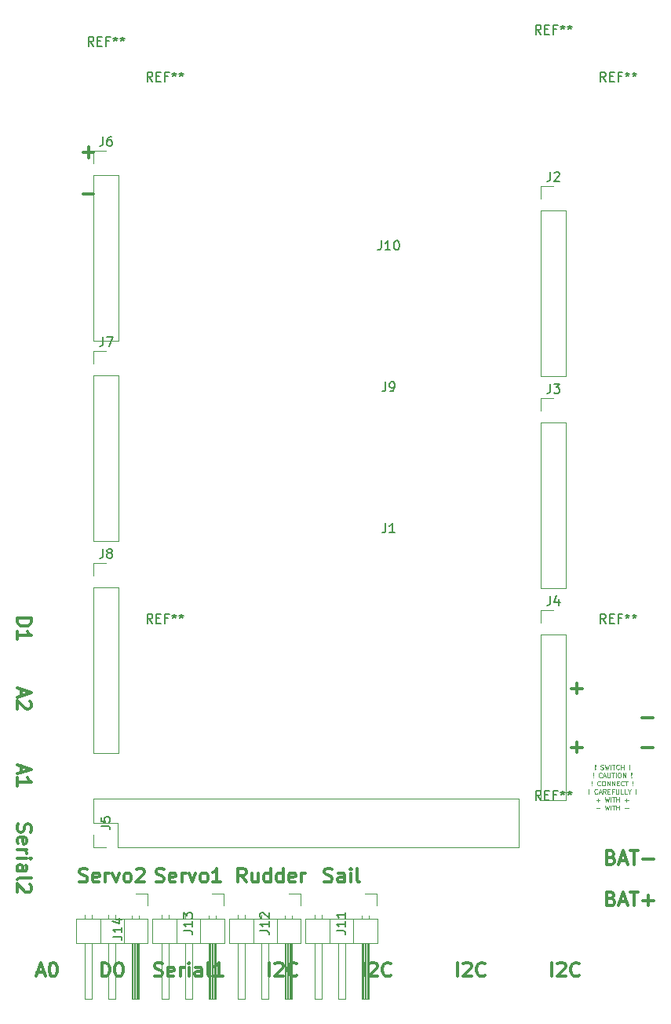
<source format=gbr>
G04 #@! TF.FileFunction,Legend,Top*
%FSLAX46Y46*%
G04 Gerber Fmt 4.6, Leading zero omitted, Abs format (unit mm)*
G04 Created by KiCad (PCBNEW 4.0.7) date 06/01/18 16:36:31*
%MOMM*%
%LPD*%
G01*
G04 APERTURE LIST*
%ADD10C,0.100000*%
%ADD11C,0.300000*%
%ADD12C,0.125000*%
%ADD13C,0.120000*%
%ADD14C,0.150000*%
G04 APERTURE END LIST*
D10*
D11*
X144006429Y-142283571D02*
X143506429Y-141569286D01*
X143149286Y-142283571D02*
X143149286Y-140783571D01*
X143720714Y-140783571D01*
X143863572Y-140855000D01*
X143935000Y-140926429D01*
X144006429Y-141069286D01*
X144006429Y-141283571D01*
X143935000Y-141426429D01*
X143863572Y-141497857D01*
X143720714Y-141569286D01*
X143149286Y-141569286D01*
X145292143Y-141283571D02*
X145292143Y-142283571D01*
X144649286Y-141283571D02*
X144649286Y-142069286D01*
X144720714Y-142212143D01*
X144863572Y-142283571D01*
X145077857Y-142283571D01*
X145220714Y-142212143D01*
X145292143Y-142140714D01*
X146649286Y-142283571D02*
X146649286Y-140783571D01*
X146649286Y-142212143D02*
X146506429Y-142283571D01*
X146220715Y-142283571D01*
X146077857Y-142212143D01*
X146006429Y-142140714D01*
X145935000Y-141997857D01*
X145935000Y-141569286D01*
X146006429Y-141426429D01*
X146077857Y-141355000D01*
X146220715Y-141283571D01*
X146506429Y-141283571D01*
X146649286Y-141355000D01*
X148006429Y-142283571D02*
X148006429Y-140783571D01*
X148006429Y-142212143D02*
X147863572Y-142283571D01*
X147577858Y-142283571D01*
X147435000Y-142212143D01*
X147363572Y-142140714D01*
X147292143Y-141997857D01*
X147292143Y-141569286D01*
X147363572Y-141426429D01*
X147435000Y-141355000D01*
X147577858Y-141283571D01*
X147863572Y-141283571D01*
X148006429Y-141355000D01*
X149292143Y-142212143D02*
X149149286Y-142283571D01*
X148863572Y-142283571D01*
X148720715Y-142212143D01*
X148649286Y-142069286D01*
X148649286Y-141497857D01*
X148720715Y-141355000D01*
X148863572Y-141283571D01*
X149149286Y-141283571D01*
X149292143Y-141355000D01*
X149363572Y-141497857D01*
X149363572Y-141640714D01*
X148649286Y-141783571D01*
X150006429Y-142283571D02*
X150006429Y-141283571D01*
X150006429Y-141569286D02*
X150077857Y-141426429D01*
X150149286Y-141355000D01*
X150292143Y-141283571D01*
X150435000Y-141283571D01*
X119336429Y-113827858D02*
X120836429Y-113827858D01*
X120836429Y-114185001D01*
X120765000Y-114399286D01*
X120622143Y-114542144D01*
X120479286Y-114613572D01*
X120193571Y-114685001D01*
X119979286Y-114685001D01*
X119693571Y-114613572D01*
X119550714Y-114542144D01*
X119407857Y-114399286D01*
X119336429Y-114185001D01*
X119336429Y-113827858D01*
X119336429Y-116113572D02*
X119336429Y-115256429D01*
X119336429Y-115685001D02*
X120836429Y-115685001D01*
X120622143Y-115542144D01*
X120479286Y-115399286D01*
X120407857Y-115256429D01*
X119765000Y-129738572D02*
X119765000Y-130452858D01*
X119336429Y-129595715D02*
X120836429Y-130095715D01*
X119336429Y-130595715D01*
X119336429Y-131881429D02*
X119336429Y-131024286D01*
X119336429Y-131452858D02*
X120836429Y-131452858D01*
X120622143Y-131310001D01*
X120479286Y-131167143D01*
X120407857Y-131024286D01*
X119407857Y-136021429D02*
X119336429Y-136235715D01*
X119336429Y-136592858D01*
X119407857Y-136735715D01*
X119479286Y-136807144D01*
X119622143Y-136878572D01*
X119765000Y-136878572D01*
X119907857Y-136807144D01*
X119979286Y-136735715D01*
X120050714Y-136592858D01*
X120122143Y-136307144D01*
X120193571Y-136164286D01*
X120265000Y-136092858D01*
X120407857Y-136021429D01*
X120550714Y-136021429D01*
X120693571Y-136092858D01*
X120765000Y-136164286D01*
X120836429Y-136307144D01*
X120836429Y-136664286D01*
X120765000Y-136878572D01*
X119407857Y-138092857D02*
X119336429Y-137950000D01*
X119336429Y-137664286D01*
X119407857Y-137521429D01*
X119550714Y-137450000D01*
X120122143Y-137450000D01*
X120265000Y-137521429D01*
X120336429Y-137664286D01*
X120336429Y-137950000D01*
X120265000Y-138092857D01*
X120122143Y-138164286D01*
X119979286Y-138164286D01*
X119836429Y-137450000D01*
X119336429Y-138807143D02*
X120336429Y-138807143D01*
X120050714Y-138807143D02*
X120193571Y-138878571D01*
X120265000Y-138950000D01*
X120336429Y-139092857D01*
X120336429Y-139235714D01*
X119336429Y-139735714D02*
X120336429Y-139735714D01*
X120836429Y-139735714D02*
X120765000Y-139664285D01*
X120693571Y-139735714D01*
X120765000Y-139807142D01*
X120836429Y-139735714D01*
X120693571Y-139735714D01*
X119336429Y-141092857D02*
X120122143Y-141092857D01*
X120265000Y-141021428D01*
X120336429Y-140878571D01*
X120336429Y-140592857D01*
X120265000Y-140450000D01*
X119407857Y-141092857D02*
X119336429Y-140950000D01*
X119336429Y-140592857D01*
X119407857Y-140450000D01*
X119550714Y-140378571D01*
X119693571Y-140378571D01*
X119836429Y-140450000D01*
X119907857Y-140592857D01*
X119907857Y-140950000D01*
X119979286Y-141092857D01*
X119336429Y-142021429D02*
X119407857Y-141878571D01*
X119550714Y-141807143D01*
X120836429Y-141807143D01*
X120693571Y-142521428D02*
X120765000Y-142592857D01*
X120836429Y-142735714D01*
X120836429Y-143092857D01*
X120765000Y-143235714D01*
X120693571Y-143307143D01*
X120550714Y-143378571D01*
X120407857Y-143378571D01*
X120193571Y-143307143D01*
X119336429Y-142450000D01*
X119336429Y-143378571D01*
X119765000Y-121483572D02*
X119765000Y-122197858D01*
X119336429Y-121340715D02*
X120836429Y-121840715D01*
X119336429Y-122340715D01*
X120693571Y-122769286D02*
X120765000Y-122840715D01*
X120836429Y-122983572D01*
X120836429Y-123340715D01*
X120765000Y-123483572D01*
X120693571Y-123555001D01*
X120550714Y-123626429D01*
X120407857Y-123626429D01*
X120193571Y-123555001D01*
X119336429Y-122697858D01*
X119336429Y-123626429D01*
X128432858Y-152443571D02*
X128432858Y-150943571D01*
X128790001Y-150943571D01*
X129004286Y-151015000D01*
X129147144Y-151157857D01*
X129218572Y-151300714D01*
X129290001Y-151586429D01*
X129290001Y-151800714D01*
X129218572Y-152086429D01*
X129147144Y-152229286D01*
X129004286Y-152372143D01*
X128790001Y-152443571D01*
X128432858Y-152443571D01*
X130218572Y-150943571D02*
X130361429Y-150943571D01*
X130504286Y-151015000D01*
X130575715Y-151086429D01*
X130647144Y-151229286D01*
X130718572Y-151515000D01*
X130718572Y-151872143D01*
X130647144Y-152157857D01*
X130575715Y-152300714D01*
X130504286Y-152372143D01*
X130361429Y-152443571D01*
X130218572Y-152443571D01*
X130075715Y-152372143D01*
X130004286Y-152300714D01*
X129932858Y-152157857D01*
X129861429Y-151872143D01*
X129861429Y-151515000D01*
X129932858Y-151229286D01*
X130004286Y-151086429D01*
X130075715Y-151015000D01*
X130218572Y-150943571D01*
X134116429Y-152372143D02*
X134330715Y-152443571D01*
X134687858Y-152443571D01*
X134830715Y-152372143D01*
X134902144Y-152300714D01*
X134973572Y-152157857D01*
X134973572Y-152015000D01*
X134902144Y-151872143D01*
X134830715Y-151800714D01*
X134687858Y-151729286D01*
X134402144Y-151657857D01*
X134259286Y-151586429D01*
X134187858Y-151515000D01*
X134116429Y-151372143D01*
X134116429Y-151229286D01*
X134187858Y-151086429D01*
X134259286Y-151015000D01*
X134402144Y-150943571D01*
X134759286Y-150943571D01*
X134973572Y-151015000D01*
X136187857Y-152372143D02*
X136045000Y-152443571D01*
X135759286Y-152443571D01*
X135616429Y-152372143D01*
X135545000Y-152229286D01*
X135545000Y-151657857D01*
X135616429Y-151515000D01*
X135759286Y-151443571D01*
X136045000Y-151443571D01*
X136187857Y-151515000D01*
X136259286Y-151657857D01*
X136259286Y-151800714D01*
X135545000Y-151943571D01*
X136902143Y-152443571D02*
X136902143Y-151443571D01*
X136902143Y-151729286D02*
X136973571Y-151586429D01*
X137045000Y-151515000D01*
X137187857Y-151443571D01*
X137330714Y-151443571D01*
X137830714Y-152443571D02*
X137830714Y-151443571D01*
X137830714Y-150943571D02*
X137759285Y-151015000D01*
X137830714Y-151086429D01*
X137902142Y-151015000D01*
X137830714Y-150943571D01*
X137830714Y-151086429D01*
X139187857Y-152443571D02*
X139187857Y-151657857D01*
X139116428Y-151515000D01*
X138973571Y-151443571D01*
X138687857Y-151443571D01*
X138545000Y-151515000D01*
X139187857Y-152372143D02*
X139045000Y-152443571D01*
X138687857Y-152443571D01*
X138545000Y-152372143D01*
X138473571Y-152229286D01*
X138473571Y-152086429D01*
X138545000Y-151943571D01*
X138687857Y-151872143D01*
X139045000Y-151872143D01*
X139187857Y-151800714D01*
X140116429Y-152443571D02*
X139973571Y-152372143D01*
X139902143Y-152229286D01*
X139902143Y-150943571D01*
X141473571Y-152443571D02*
X140616428Y-152443571D01*
X141045000Y-152443571D02*
X141045000Y-150943571D01*
X140902143Y-151157857D01*
X140759285Y-151300714D01*
X140616428Y-151372143D01*
X121483572Y-152015000D02*
X122197858Y-152015000D01*
X121340715Y-152443571D02*
X121840715Y-150943571D01*
X122340715Y-152443571D01*
X123126429Y-150943571D02*
X123269286Y-150943571D01*
X123412143Y-151015000D01*
X123483572Y-151086429D01*
X123555001Y-151229286D01*
X123626429Y-151515000D01*
X123626429Y-151872143D01*
X123555001Y-152157857D01*
X123483572Y-152300714D01*
X123412143Y-152372143D01*
X123269286Y-152443571D01*
X123126429Y-152443571D01*
X122983572Y-152372143D01*
X122912143Y-152300714D01*
X122840715Y-152157857D01*
X122769286Y-151872143D01*
X122769286Y-151515000D01*
X122840715Y-151229286D01*
X122912143Y-151086429D01*
X122983572Y-151015000D01*
X123126429Y-150943571D01*
X176970715Y-152443571D02*
X176970715Y-150943571D01*
X177613572Y-151086429D02*
X177685001Y-151015000D01*
X177827858Y-150943571D01*
X178185001Y-150943571D01*
X178327858Y-151015000D01*
X178399287Y-151086429D01*
X178470715Y-151229286D01*
X178470715Y-151372143D01*
X178399287Y-151586429D01*
X177542144Y-152443571D01*
X178470715Y-152443571D01*
X179970715Y-152300714D02*
X179899286Y-152372143D01*
X179685000Y-152443571D01*
X179542143Y-152443571D01*
X179327858Y-152372143D01*
X179185000Y-152229286D01*
X179113572Y-152086429D01*
X179042143Y-151800714D01*
X179042143Y-151586429D01*
X179113572Y-151300714D01*
X179185000Y-151157857D01*
X179327858Y-151015000D01*
X179542143Y-150943571D01*
X179685000Y-150943571D01*
X179899286Y-151015000D01*
X179970715Y-151086429D01*
X146490715Y-152443571D02*
X146490715Y-150943571D01*
X147133572Y-151086429D02*
X147205001Y-151015000D01*
X147347858Y-150943571D01*
X147705001Y-150943571D01*
X147847858Y-151015000D01*
X147919287Y-151086429D01*
X147990715Y-151229286D01*
X147990715Y-151372143D01*
X147919287Y-151586429D01*
X147062144Y-152443571D01*
X147990715Y-152443571D01*
X149490715Y-152300714D02*
X149419286Y-152372143D01*
X149205000Y-152443571D01*
X149062143Y-152443571D01*
X148847858Y-152372143D01*
X148705000Y-152229286D01*
X148633572Y-152086429D01*
X148562143Y-151800714D01*
X148562143Y-151586429D01*
X148633572Y-151300714D01*
X148705000Y-151157857D01*
X148847858Y-151015000D01*
X149062143Y-150943571D01*
X149205000Y-150943571D01*
X149419286Y-151015000D01*
X149490715Y-151086429D01*
X156650715Y-152443571D02*
X156650715Y-150943571D01*
X157293572Y-151086429D02*
X157365001Y-151015000D01*
X157507858Y-150943571D01*
X157865001Y-150943571D01*
X158007858Y-151015000D01*
X158079287Y-151086429D01*
X158150715Y-151229286D01*
X158150715Y-151372143D01*
X158079287Y-151586429D01*
X157222144Y-152443571D01*
X158150715Y-152443571D01*
X159650715Y-152300714D02*
X159579286Y-152372143D01*
X159365000Y-152443571D01*
X159222143Y-152443571D01*
X159007858Y-152372143D01*
X158865000Y-152229286D01*
X158793572Y-152086429D01*
X158722143Y-151800714D01*
X158722143Y-151586429D01*
X158793572Y-151300714D01*
X158865000Y-151157857D01*
X159007858Y-151015000D01*
X159222143Y-150943571D01*
X159365000Y-150943571D01*
X159579286Y-151015000D01*
X159650715Y-151086429D01*
X166810715Y-152443571D02*
X166810715Y-150943571D01*
X167453572Y-151086429D02*
X167525001Y-151015000D01*
X167667858Y-150943571D01*
X168025001Y-150943571D01*
X168167858Y-151015000D01*
X168239287Y-151086429D01*
X168310715Y-151229286D01*
X168310715Y-151372143D01*
X168239287Y-151586429D01*
X167382144Y-152443571D01*
X168310715Y-152443571D01*
X169810715Y-152300714D02*
X169739286Y-152372143D01*
X169525000Y-152443571D01*
X169382143Y-152443571D01*
X169167858Y-152372143D01*
X169025000Y-152229286D01*
X168953572Y-152086429D01*
X168882143Y-151800714D01*
X168882143Y-151586429D01*
X168953572Y-151300714D01*
X169025000Y-151157857D01*
X169167858Y-151015000D01*
X169382143Y-150943571D01*
X169525000Y-150943571D01*
X169739286Y-151015000D01*
X169810715Y-151086429D01*
X152447857Y-142212143D02*
X152662143Y-142283571D01*
X153019286Y-142283571D01*
X153162143Y-142212143D01*
X153233572Y-142140714D01*
X153305000Y-141997857D01*
X153305000Y-141855000D01*
X153233572Y-141712143D01*
X153162143Y-141640714D01*
X153019286Y-141569286D01*
X152733572Y-141497857D01*
X152590714Y-141426429D01*
X152519286Y-141355000D01*
X152447857Y-141212143D01*
X152447857Y-141069286D01*
X152519286Y-140926429D01*
X152590714Y-140855000D01*
X152733572Y-140783571D01*
X153090714Y-140783571D01*
X153305000Y-140855000D01*
X154590714Y-142283571D02*
X154590714Y-141497857D01*
X154519285Y-141355000D01*
X154376428Y-141283571D01*
X154090714Y-141283571D01*
X153947857Y-141355000D01*
X154590714Y-142212143D02*
X154447857Y-142283571D01*
X154090714Y-142283571D01*
X153947857Y-142212143D01*
X153876428Y-142069286D01*
X153876428Y-141926429D01*
X153947857Y-141783571D01*
X154090714Y-141712143D01*
X154447857Y-141712143D01*
X154590714Y-141640714D01*
X155305000Y-142283571D02*
X155305000Y-141283571D01*
X155305000Y-140783571D02*
X155233571Y-140855000D01*
X155305000Y-140926429D01*
X155376428Y-140855000D01*
X155305000Y-140783571D01*
X155305000Y-140926429D01*
X156233572Y-142283571D02*
X156090714Y-142212143D01*
X156019286Y-142069286D01*
X156019286Y-140783571D01*
X134295001Y-142212143D02*
X134509287Y-142283571D01*
X134866430Y-142283571D01*
X135009287Y-142212143D01*
X135080716Y-142140714D01*
X135152144Y-141997857D01*
X135152144Y-141855000D01*
X135080716Y-141712143D01*
X135009287Y-141640714D01*
X134866430Y-141569286D01*
X134580716Y-141497857D01*
X134437858Y-141426429D01*
X134366430Y-141355000D01*
X134295001Y-141212143D01*
X134295001Y-141069286D01*
X134366430Y-140926429D01*
X134437858Y-140855000D01*
X134580716Y-140783571D01*
X134937858Y-140783571D01*
X135152144Y-140855000D01*
X136366429Y-142212143D02*
X136223572Y-142283571D01*
X135937858Y-142283571D01*
X135795001Y-142212143D01*
X135723572Y-142069286D01*
X135723572Y-141497857D01*
X135795001Y-141355000D01*
X135937858Y-141283571D01*
X136223572Y-141283571D01*
X136366429Y-141355000D01*
X136437858Y-141497857D01*
X136437858Y-141640714D01*
X135723572Y-141783571D01*
X137080715Y-142283571D02*
X137080715Y-141283571D01*
X137080715Y-141569286D02*
X137152143Y-141426429D01*
X137223572Y-141355000D01*
X137366429Y-141283571D01*
X137509286Y-141283571D01*
X137866429Y-141283571D02*
X138223572Y-142283571D01*
X138580714Y-141283571D01*
X139366429Y-142283571D02*
X139223571Y-142212143D01*
X139152143Y-142140714D01*
X139080714Y-141997857D01*
X139080714Y-141569286D01*
X139152143Y-141426429D01*
X139223571Y-141355000D01*
X139366429Y-141283571D01*
X139580714Y-141283571D01*
X139723571Y-141355000D01*
X139795000Y-141426429D01*
X139866429Y-141569286D01*
X139866429Y-141997857D01*
X139795000Y-142140714D01*
X139723571Y-142212143D01*
X139580714Y-142283571D01*
X139366429Y-142283571D01*
X141295000Y-142283571D02*
X140437857Y-142283571D01*
X140866429Y-142283571D02*
X140866429Y-140783571D01*
X140723572Y-140997857D01*
X140580714Y-141140714D01*
X140437857Y-141212143D01*
X126040001Y-142212143D02*
X126254287Y-142283571D01*
X126611430Y-142283571D01*
X126754287Y-142212143D01*
X126825716Y-142140714D01*
X126897144Y-141997857D01*
X126897144Y-141855000D01*
X126825716Y-141712143D01*
X126754287Y-141640714D01*
X126611430Y-141569286D01*
X126325716Y-141497857D01*
X126182858Y-141426429D01*
X126111430Y-141355000D01*
X126040001Y-141212143D01*
X126040001Y-141069286D01*
X126111430Y-140926429D01*
X126182858Y-140855000D01*
X126325716Y-140783571D01*
X126682858Y-140783571D01*
X126897144Y-140855000D01*
X128111429Y-142212143D02*
X127968572Y-142283571D01*
X127682858Y-142283571D01*
X127540001Y-142212143D01*
X127468572Y-142069286D01*
X127468572Y-141497857D01*
X127540001Y-141355000D01*
X127682858Y-141283571D01*
X127968572Y-141283571D01*
X128111429Y-141355000D01*
X128182858Y-141497857D01*
X128182858Y-141640714D01*
X127468572Y-141783571D01*
X128825715Y-142283571D02*
X128825715Y-141283571D01*
X128825715Y-141569286D02*
X128897143Y-141426429D01*
X128968572Y-141355000D01*
X129111429Y-141283571D01*
X129254286Y-141283571D01*
X129611429Y-141283571D02*
X129968572Y-142283571D01*
X130325714Y-141283571D01*
X131111429Y-142283571D02*
X130968571Y-142212143D01*
X130897143Y-142140714D01*
X130825714Y-141997857D01*
X130825714Y-141569286D01*
X130897143Y-141426429D01*
X130968571Y-141355000D01*
X131111429Y-141283571D01*
X131325714Y-141283571D01*
X131468571Y-141355000D01*
X131540000Y-141426429D01*
X131611429Y-141569286D01*
X131611429Y-141997857D01*
X131540000Y-142140714D01*
X131468571Y-142212143D01*
X131325714Y-142283571D01*
X131111429Y-142283571D01*
X132182857Y-140926429D02*
X132254286Y-140855000D01*
X132397143Y-140783571D01*
X132754286Y-140783571D01*
X132897143Y-140855000D01*
X132968572Y-140926429D01*
X133040000Y-141069286D01*
X133040000Y-141212143D01*
X132968572Y-141426429D01*
X132111429Y-142283571D01*
X133040000Y-142283571D01*
X186753572Y-124567143D02*
X187896429Y-124567143D01*
X186753572Y-127742143D02*
X187896429Y-127742143D01*
X179133572Y-121392143D02*
X180276429Y-121392143D01*
X179705000Y-121963571D02*
X179705000Y-120820714D01*
X179133572Y-127742143D02*
X180276429Y-127742143D01*
X179705000Y-128313571D02*
X179705000Y-127170714D01*
D12*
X181669763Y-130071071D02*
X181693572Y-130094881D01*
X181669763Y-130118690D01*
X181645953Y-130094881D01*
X181669763Y-130071071D01*
X181669763Y-130118690D01*
X181669763Y-129928214D02*
X181645953Y-129642500D01*
X181669763Y-129618690D01*
X181693572Y-129642500D01*
X181669763Y-129928214D01*
X181669763Y-129618690D01*
X182265000Y-130094881D02*
X182336429Y-130118690D01*
X182455476Y-130118690D01*
X182503095Y-130094881D01*
X182526905Y-130071071D01*
X182550714Y-130023452D01*
X182550714Y-129975833D01*
X182526905Y-129928214D01*
X182503095Y-129904405D01*
X182455476Y-129880595D01*
X182360238Y-129856786D01*
X182312619Y-129832976D01*
X182288810Y-129809167D01*
X182265000Y-129761548D01*
X182265000Y-129713929D01*
X182288810Y-129666310D01*
X182312619Y-129642500D01*
X182360238Y-129618690D01*
X182479286Y-129618690D01*
X182550714Y-129642500D01*
X182717381Y-129618690D02*
X182836428Y-130118690D01*
X182931666Y-129761548D01*
X183026904Y-130118690D01*
X183145952Y-129618690D01*
X183336429Y-130118690D02*
X183336429Y-129618690D01*
X183503095Y-129618690D02*
X183788809Y-129618690D01*
X183645952Y-130118690D02*
X183645952Y-129618690D01*
X184241190Y-130071071D02*
X184217380Y-130094881D01*
X184145952Y-130118690D01*
X184098333Y-130118690D01*
X184026904Y-130094881D01*
X183979285Y-130047262D01*
X183955476Y-129999643D01*
X183931666Y-129904405D01*
X183931666Y-129832976D01*
X183955476Y-129737738D01*
X183979285Y-129690119D01*
X184026904Y-129642500D01*
X184098333Y-129618690D01*
X184145952Y-129618690D01*
X184217380Y-129642500D01*
X184241190Y-129666310D01*
X184455476Y-130118690D02*
X184455476Y-129618690D01*
X184455476Y-129856786D02*
X184741190Y-129856786D01*
X184741190Y-130118690D02*
X184741190Y-129618690D01*
X185360238Y-130071071D02*
X185384047Y-130094881D01*
X185360238Y-130118690D01*
X185336428Y-130094881D01*
X185360238Y-130071071D01*
X185360238Y-130118690D01*
X185360238Y-129928214D02*
X185336428Y-129642500D01*
X185360238Y-129618690D01*
X185384047Y-129642500D01*
X185360238Y-129928214D01*
X185360238Y-129618690D01*
X181455477Y-130946071D02*
X181479286Y-130969881D01*
X181455477Y-130993690D01*
X181431667Y-130969881D01*
X181455477Y-130946071D01*
X181455477Y-130993690D01*
X181455477Y-130803214D02*
X181431667Y-130517500D01*
X181455477Y-130493690D01*
X181479286Y-130517500D01*
X181455477Y-130803214D01*
X181455477Y-130493690D01*
X182360238Y-130946071D02*
X182336428Y-130969881D01*
X182265000Y-130993690D01*
X182217381Y-130993690D01*
X182145952Y-130969881D01*
X182098333Y-130922262D01*
X182074524Y-130874643D01*
X182050714Y-130779405D01*
X182050714Y-130707976D01*
X182074524Y-130612738D01*
X182098333Y-130565119D01*
X182145952Y-130517500D01*
X182217381Y-130493690D01*
X182265000Y-130493690D01*
X182336428Y-130517500D01*
X182360238Y-130541310D01*
X182550714Y-130850833D02*
X182788809Y-130850833D01*
X182503095Y-130993690D02*
X182669762Y-130493690D01*
X182836428Y-130993690D01*
X183003095Y-130493690D02*
X183003095Y-130898452D01*
X183026904Y-130946071D01*
X183050714Y-130969881D01*
X183098333Y-130993690D01*
X183193571Y-130993690D01*
X183241190Y-130969881D01*
X183264999Y-130946071D01*
X183288809Y-130898452D01*
X183288809Y-130493690D01*
X183455476Y-130493690D02*
X183741190Y-130493690D01*
X183598333Y-130993690D02*
X183598333Y-130493690D01*
X183907857Y-130993690D02*
X183907857Y-130493690D01*
X184241190Y-130493690D02*
X184336428Y-130493690D01*
X184384047Y-130517500D01*
X184431666Y-130565119D01*
X184455475Y-130660357D01*
X184455475Y-130827024D01*
X184431666Y-130922262D01*
X184384047Y-130969881D01*
X184336428Y-130993690D01*
X184241190Y-130993690D01*
X184193571Y-130969881D01*
X184145952Y-130922262D01*
X184122142Y-130827024D01*
X184122142Y-130660357D01*
X184145952Y-130565119D01*
X184193571Y-130517500D01*
X184241190Y-130493690D01*
X184669762Y-130993690D02*
X184669762Y-130493690D01*
X184955476Y-130993690D01*
X184955476Y-130493690D01*
X185574524Y-130946071D02*
X185598333Y-130969881D01*
X185574524Y-130993690D01*
X185550714Y-130969881D01*
X185574524Y-130946071D01*
X185574524Y-130993690D01*
X185574524Y-130803214D02*
X185550714Y-130517500D01*
X185574524Y-130493690D01*
X185598333Y-130517500D01*
X185574524Y-130803214D01*
X185574524Y-130493690D01*
X181312620Y-131821071D02*
X181336429Y-131844881D01*
X181312620Y-131868690D01*
X181288810Y-131844881D01*
X181312620Y-131821071D01*
X181312620Y-131868690D01*
X181312620Y-131678214D02*
X181288810Y-131392500D01*
X181312620Y-131368690D01*
X181336429Y-131392500D01*
X181312620Y-131678214D01*
X181312620Y-131368690D01*
X182217381Y-131821071D02*
X182193571Y-131844881D01*
X182122143Y-131868690D01*
X182074524Y-131868690D01*
X182003095Y-131844881D01*
X181955476Y-131797262D01*
X181931667Y-131749643D01*
X181907857Y-131654405D01*
X181907857Y-131582976D01*
X181931667Y-131487738D01*
X181955476Y-131440119D01*
X182003095Y-131392500D01*
X182074524Y-131368690D01*
X182122143Y-131368690D01*
X182193571Y-131392500D01*
X182217381Y-131416310D01*
X182526905Y-131368690D02*
X182622143Y-131368690D01*
X182669762Y-131392500D01*
X182717381Y-131440119D01*
X182741190Y-131535357D01*
X182741190Y-131702024D01*
X182717381Y-131797262D01*
X182669762Y-131844881D01*
X182622143Y-131868690D01*
X182526905Y-131868690D01*
X182479286Y-131844881D01*
X182431667Y-131797262D01*
X182407857Y-131702024D01*
X182407857Y-131535357D01*
X182431667Y-131440119D01*
X182479286Y-131392500D01*
X182526905Y-131368690D01*
X182955477Y-131868690D02*
X182955477Y-131368690D01*
X183241191Y-131868690D01*
X183241191Y-131368690D01*
X183479287Y-131868690D02*
X183479287Y-131368690D01*
X183765001Y-131868690D01*
X183765001Y-131368690D01*
X184003097Y-131606786D02*
X184169763Y-131606786D01*
X184241192Y-131868690D02*
X184003097Y-131868690D01*
X184003097Y-131368690D01*
X184241192Y-131368690D01*
X184741192Y-131821071D02*
X184717382Y-131844881D01*
X184645954Y-131868690D01*
X184598335Y-131868690D01*
X184526906Y-131844881D01*
X184479287Y-131797262D01*
X184455478Y-131749643D01*
X184431668Y-131654405D01*
X184431668Y-131582976D01*
X184455478Y-131487738D01*
X184479287Y-131440119D01*
X184526906Y-131392500D01*
X184598335Y-131368690D01*
X184645954Y-131368690D01*
X184717382Y-131392500D01*
X184741192Y-131416310D01*
X184884049Y-131368690D02*
X185169763Y-131368690D01*
X185026906Y-131868690D02*
X185026906Y-131368690D01*
X185717382Y-131821071D02*
X185741191Y-131844881D01*
X185717382Y-131868690D01*
X185693572Y-131844881D01*
X185717382Y-131821071D01*
X185717382Y-131868690D01*
X185717382Y-131678214D02*
X185693572Y-131392500D01*
X185717382Y-131368690D01*
X185741191Y-131392500D01*
X185717382Y-131678214D01*
X185717382Y-131368690D01*
X180979287Y-132696071D02*
X181003096Y-132719881D01*
X180979287Y-132743690D01*
X180955477Y-132719881D01*
X180979287Y-132696071D01*
X180979287Y-132743690D01*
X180979287Y-132553214D02*
X180955477Y-132267500D01*
X180979287Y-132243690D01*
X181003096Y-132267500D01*
X180979287Y-132553214D01*
X180979287Y-132243690D01*
X181884048Y-132696071D02*
X181860238Y-132719881D01*
X181788810Y-132743690D01*
X181741191Y-132743690D01*
X181669762Y-132719881D01*
X181622143Y-132672262D01*
X181598334Y-132624643D01*
X181574524Y-132529405D01*
X181574524Y-132457976D01*
X181598334Y-132362738D01*
X181622143Y-132315119D01*
X181669762Y-132267500D01*
X181741191Y-132243690D01*
X181788810Y-132243690D01*
X181860238Y-132267500D01*
X181884048Y-132291310D01*
X182074524Y-132600833D02*
X182312619Y-132600833D01*
X182026905Y-132743690D02*
X182193572Y-132243690D01*
X182360238Y-132743690D01*
X182812619Y-132743690D02*
X182645952Y-132505595D01*
X182526905Y-132743690D02*
X182526905Y-132243690D01*
X182717381Y-132243690D01*
X182765000Y-132267500D01*
X182788809Y-132291310D01*
X182812619Y-132338929D01*
X182812619Y-132410357D01*
X182788809Y-132457976D01*
X182765000Y-132481786D01*
X182717381Y-132505595D01*
X182526905Y-132505595D01*
X183026905Y-132481786D02*
X183193571Y-132481786D01*
X183265000Y-132743690D02*
X183026905Y-132743690D01*
X183026905Y-132243690D01*
X183265000Y-132243690D01*
X183645952Y-132481786D02*
X183479286Y-132481786D01*
X183479286Y-132743690D02*
X183479286Y-132243690D01*
X183717381Y-132243690D01*
X183907857Y-132243690D02*
X183907857Y-132648452D01*
X183931666Y-132696071D01*
X183955476Y-132719881D01*
X184003095Y-132743690D01*
X184098333Y-132743690D01*
X184145952Y-132719881D01*
X184169761Y-132696071D01*
X184193571Y-132648452D01*
X184193571Y-132243690D01*
X184669762Y-132743690D02*
X184431667Y-132743690D01*
X184431667Y-132243690D01*
X185074524Y-132743690D02*
X184836429Y-132743690D01*
X184836429Y-132243690D01*
X185336429Y-132505595D02*
X185336429Y-132743690D01*
X185169762Y-132243690D02*
X185336429Y-132505595D01*
X185503095Y-132243690D01*
X186050714Y-132696071D02*
X186074523Y-132719881D01*
X186050714Y-132743690D01*
X186026904Y-132719881D01*
X186050714Y-132696071D01*
X186050714Y-132743690D01*
X186050714Y-132553214D02*
X186026904Y-132267500D01*
X186050714Y-132243690D01*
X186074523Y-132267500D01*
X186050714Y-132553214D01*
X186050714Y-132243690D01*
X181776905Y-133428214D02*
X182157857Y-133428214D01*
X181967381Y-133618690D02*
X181967381Y-133237738D01*
X182729286Y-133118690D02*
X182848333Y-133618690D01*
X182943571Y-133261548D01*
X183038809Y-133618690D01*
X183157857Y-133118690D01*
X183348334Y-133618690D02*
X183348334Y-133118690D01*
X183515000Y-133118690D02*
X183800714Y-133118690D01*
X183657857Y-133618690D02*
X183657857Y-133118690D01*
X183967381Y-133618690D02*
X183967381Y-133118690D01*
X183967381Y-133356786D02*
X184253095Y-133356786D01*
X184253095Y-133618690D02*
X184253095Y-133118690D01*
X184872143Y-133428214D02*
X185253095Y-133428214D01*
X185062619Y-133618690D02*
X185062619Y-133237738D01*
X181776905Y-134303214D02*
X182157857Y-134303214D01*
X182729286Y-133993690D02*
X182848333Y-134493690D01*
X182943571Y-134136548D01*
X183038809Y-134493690D01*
X183157857Y-133993690D01*
X183348334Y-134493690D02*
X183348334Y-133993690D01*
X183515000Y-133993690D02*
X183800714Y-133993690D01*
X183657857Y-134493690D02*
X183657857Y-133993690D01*
X183967381Y-134493690D02*
X183967381Y-133993690D01*
X183967381Y-134231786D02*
X184253095Y-134231786D01*
X184253095Y-134493690D02*
X184253095Y-133993690D01*
X184872143Y-134303214D02*
X185253095Y-134303214D01*
D11*
X126428572Y-68052143D02*
X127571429Y-68052143D01*
X126428572Y-63607143D02*
X127571429Y-63607143D01*
X127000000Y-64178571D02*
X127000000Y-63035714D01*
X183384286Y-139592857D02*
X183598572Y-139664286D01*
X183670000Y-139735714D01*
X183741429Y-139878571D01*
X183741429Y-140092857D01*
X183670000Y-140235714D01*
X183598572Y-140307143D01*
X183455714Y-140378571D01*
X182884286Y-140378571D01*
X182884286Y-138878571D01*
X183384286Y-138878571D01*
X183527143Y-138950000D01*
X183598572Y-139021429D01*
X183670000Y-139164286D01*
X183670000Y-139307143D01*
X183598572Y-139450000D01*
X183527143Y-139521429D01*
X183384286Y-139592857D01*
X182884286Y-139592857D01*
X184312857Y-139950000D02*
X185027143Y-139950000D01*
X184170000Y-140378571D02*
X184670000Y-138878571D01*
X185170000Y-140378571D01*
X185455714Y-138878571D02*
X186312857Y-138878571D01*
X185884286Y-140378571D02*
X185884286Y-138878571D01*
X186812857Y-139807143D02*
X187955714Y-139807143D01*
X183384286Y-144037857D02*
X183598572Y-144109286D01*
X183670000Y-144180714D01*
X183741429Y-144323571D01*
X183741429Y-144537857D01*
X183670000Y-144680714D01*
X183598572Y-144752143D01*
X183455714Y-144823571D01*
X182884286Y-144823571D01*
X182884286Y-143323571D01*
X183384286Y-143323571D01*
X183527143Y-143395000D01*
X183598572Y-143466429D01*
X183670000Y-143609286D01*
X183670000Y-143752143D01*
X183598572Y-143895000D01*
X183527143Y-143966429D01*
X183384286Y-144037857D01*
X182884286Y-144037857D01*
X184312857Y-144395000D02*
X185027143Y-144395000D01*
X184170000Y-144823571D02*
X184670000Y-143323571D01*
X185170000Y-144823571D01*
X185455714Y-143323571D02*
X186312857Y-143323571D01*
X185884286Y-144823571D02*
X185884286Y-143323571D01*
X186812857Y-144252143D02*
X187955714Y-144252143D01*
X187384285Y-144823571D02*
X187384285Y-143680714D01*
D13*
X158175000Y-146220000D02*
X150435000Y-146220000D01*
X150435000Y-146220000D02*
X150435000Y-148880000D01*
X150435000Y-148880000D02*
X158175000Y-148880000D01*
X158175000Y-148880000D02*
X158175000Y-146220000D01*
X157225000Y-148880000D02*
X157225000Y-154880000D01*
X157225000Y-154880000D02*
X156465000Y-154880000D01*
X156465000Y-154880000D02*
X156465000Y-148880000D01*
X157165000Y-148880000D02*
X157165000Y-154880000D01*
X157045000Y-148880000D02*
X157045000Y-154880000D01*
X156925000Y-148880000D02*
X156925000Y-154880000D01*
X156805000Y-148880000D02*
X156805000Y-154880000D01*
X156685000Y-148880000D02*
X156685000Y-154880000D01*
X156565000Y-148880000D02*
X156565000Y-154880000D01*
X157225000Y-145890000D02*
X157225000Y-146220000D01*
X156465000Y-145890000D02*
X156465000Y-146220000D01*
X155575000Y-146220000D02*
X155575000Y-148880000D01*
X154685000Y-148880000D02*
X154685000Y-154880000D01*
X154685000Y-154880000D02*
X153925000Y-154880000D01*
X153925000Y-154880000D02*
X153925000Y-148880000D01*
X154685000Y-145822929D02*
X154685000Y-146220000D01*
X153925000Y-145822929D02*
X153925000Y-146220000D01*
X153035000Y-146220000D02*
X153035000Y-148880000D01*
X152145000Y-148880000D02*
X152145000Y-154880000D01*
X152145000Y-154880000D02*
X151385000Y-154880000D01*
X151385000Y-154880000D02*
X151385000Y-148880000D01*
X152145000Y-145822929D02*
X152145000Y-146220000D01*
X151385000Y-145822929D02*
X151385000Y-146220000D01*
X156845000Y-143510000D02*
X158115000Y-143510000D01*
X158115000Y-143510000D02*
X158115000Y-144780000D01*
X149920000Y-146220000D02*
X142180000Y-146220000D01*
X142180000Y-146220000D02*
X142180000Y-148880000D01*
X142180000Y-148880000D02*
X149920000Y-148880000D01*
X149920000Y-148880000D02*
X149920000Y-146220000D01*
X148970000Y-148880000D02*
X148970000Y-154880000D01*
X148970000Y-154880000D02*
X148210000Y-154880000D01*
X148210000Y-154880000D02*
X148210000Y-148880000D01*
X148910000Y-148880000D02*
X148910000Y-154880000D01*
X148790000Y-148880000D02*
X148790000Y-154880000D01*
X148670000Y-148880000D02*
X148670000Y-154880000D01*
X148550000Y-148880000D02*
X148550000Y-154880000D01*
X148430000Y-148880000D02*
X148430000Y-154880000D01*
X148310000Y-148880000D02*
X148310000Y-154880000D01*
X148970000Y-145890000D02*
X148970000Y-146220000D01*
X148210000Y-145890000D02*
X148210000Y-146220000D01*
X147320000Y-146220000D02*
X147320000Y-148880000D01*
X146430000Y-148880000D02*
X146430000Y-154880000D01*
X146430000Y-154880000D02*
X145670000Y-154880000D01*
X145670000Y-154880000D02*
X145670000Y-148880000D01*
X146430000Y-145822929D02*
X146430000Y-146220000D01*
X145670000Y-145822929D02*
X145670000Y-146220000D01*
X144780000Y-146220000D02*
X144780000Y-148880000D01*
X143890000Y-148880000D02*
X143890000Y-154880000D01*
X143890000Y-154880000D02*
X143130000Y-154880000D01*
X143130000Y-154880000D02*
X143130000Y-148880000D01*
X143890000Y-145822929D02*
X143890000Y-146220000D01*
X143130000Y-145822929D02*
X143130000Y-146220000D01*
X148590000Y-143510000D02*
X149860000Y-143510000D01*
X149860000Y-143510000D02*
X149860000Y-144780000D01*
X141665000Y-146220000D02*
X133925000Y-146220000D01*
X133925000Y-146220000D02*
X133925000Y-148880000D01*
X133925000Y-148880000D02*
X141665000Y-148880000D01*
X141665000Y-148880000D02*
X141665000Y-146220000D01*
X140715000Y-148880000D02*
X140715000Y-154880000D01*
X140715000Y-154880000D02*
X139955000Y-154880000D01*
X139955000Y-154880000D02*
X139955000Y-148880000D01*
X140655000Y-148880000D02*
X140655000Y-154880000D01*
X140535000Y-148880000D02*
X140535000Y-154880000D01*
X140415000Y-148880000D02*
X140415000Y-154880000D01*
X140295000Y-148880000D02*
X140295000Y-154880000D01*
X140175000Y-148880000D02*
X140175000Y-154880000D01*
X140055000Y-148880000D02*
X140055000Y-154880000D01*
X140715000Y-145890000D02*
X140715000Y-146220000D01*
X139955000Y-145890000D02*
X139955000Y-146220000D01*
X139065000Y-146220000D02*
X139065000Y-148880000D01*
X138175000Y-148880000D02*
X138175000Y-154880000D01*
X138175000Y-154880000D02*
X137415000Y-154880000D01*
X137415000Y-154880000D02*
X137415000Y-148880000D01*
X138175000Y-145822929D02*
X138175000Y-146220000D01*
X137415000Y-145822929D02*
X137415000Y-146220000D01*
X136525000Y-146220000D02*
X136525000Y-148880000D01*
X135635000Y-148880000D02*
X135635000Y-154880000D01*
X135635000Y-154880000D02*
X134875000Y-154880000D01*
X134875000Y-154880000D02*
X134875000Y-148880000D01*
X135635000Y-145822929D02*
X135635000Y-146220000D01*
X134875000Y-145822929D02*
X134875000Y-146220000D01*
X140335000Y-143510000D02*
X141605000Y-143510000D01*
X141605000Y-143510000D02*
X141605000Y-144780000D01*
X133410000Y-146220000D02*
X125670000Y-146220000D01*
X125670000Y-146220000D02*
X125670000Y-148880000D01*
X125670000Y-148880000D02*
X133410000Y-148880000D01*
X133410000Y-148880000D02*
X133410000Y-146220000D01*
X132460000Y-148880000D02*
X132460000Y-154880000D01*
X132460000Y-154880000D02*
X131700000Y-154880000D01*
X131700000Y-154880000D02*
X131700000Y-148880000D01*
X132400000Y-148880000D02*
X132400000Y-154880000D01*
X132280000Y-148880000D02*
X132280000Y-154880000D01*
X132160000Y-148880000D02*
X132160000Y-154880000D01*
X132040000Y-148880000D02*
X132040000Y-154880000D01*
X131920000Y-148880000D02*
X131920000Y-154880000D01*
X131800000Y-148880000D02*
X131800000Y-154880000D01*
X132460000Y-145890000D02*
X132460000Y-146220000D01*
X131700000Y-145890000D02*
X131700000Y-146220000D01*
X130810000Y-146220000D02*
X130810000Y-148880000D01*
X129920000Y-148880000D02*
X129920000Y-154880000D01*
X129920000Y-154880000D02*
X129160000Y-154880000D01*
X129160000Y-154880000D02*
X129160000Y-148880000D01*
X129920000Y-145822929D02*
X129920000Y-146220000D01*
X129160000Y-145822929D02*
X129160000Y-146220000D01*
X128270000Y-146220000D02*
X128270000Y-148880000D01*
X127380000Y-148880000D02*
X127380000Y-154880000D01*
X127380000Y-154880000D02*
X126620000Y-154880000D01*
X126620000Y-154880000D02*
X126620000Y-148880000D01*
X127380000Y-145822929D02*
X127380000Y-146220000D01*
X126620000Y-145822929D02*
X126620000Y-146220000D01*
X132080000Y-143510000D02*
X133350000Y-143510000D01*
X133350000Y-143510000D02*
X133350000Y-144780000D01*
X175835000Y-110550000D02*
X178495000Y-110550000D01*
X175835000Y-92710000D02*
X175835000Y-110550000D01*
X178495000Y-92710000D02*
X178495000Y-110550000D01*
X175835000Y-92710000D02*
X178495000Y-92710000D01*
X175835000Y-91440000D02*
X175835000Y-90110000D01*
X175835000Y-90110000D02*
X177165000Y-90110000D01*
X175835000Y-133410000D02*
X178495000Y-133410000D01*
X175835000Y-115570000D02*
X175835000Y-133410000D01*
X178495000Y-115570000D02*
X178495000Y-133410000D01*
X175835000Y-115570000D02*
X178495000Y-115570000D01*
X175835000Y-114300000D02*
X175835000Y-112970000D01*
X175835000Y-112970000D02*
X177165000Y-112970000D01*
X173415000Y-138490000D02*
X173415000Y-133290000D01*
X130175000Y-138490000D02*
X173415000Y-138490000D01*
X127575000Y-133290000D02*
X173415000Y-133290000D01*
X130175000Y-138490000D02*
X130175000Y-135890000D01*
X130175000Y-135890000D02*
X127575000Y-135890000D01*
X127575000Y-135890000D02*
X127575000Y-133290000D01*
X128905000Y-138490000D02*
X127575000Y-138490000D01*
X127575000Y-138490000D02*
X127575000Y-137160000D01*
X127575000Y-83880000D02*
X130235000Y-83880000D01*
X127575000Y-66040000D02*
X127575000Y-83880000D01*
X130235000Y-66040000D02*
X130235000Y-83880000D01*
X127575000Y-66040000D02*
X130235000Y-66040000D01*
X127575000Y-64770000D02*
X127575000Y-63440000D01*
X127575000Y-63440000D02*
X128905000Y-63440000D01*
X127575000Y-105470000D02*
X130235000Y-105470000D01*
X127575000Y-87630000D02*
X127575000Y-105470000D01*
X130235000Y-87630000D02*
X130235000Y-105470000D01*
X127575000Y-87630000D02*
X130235000Y-87630000D01*
X127575000Y-86360000D02*
X127575000Y-85030000D01*
X127575000Y-85030000D02*
X128905000Y-85030000D01*
X127575000Y-128330000D02*
X130235000Y-128330000D01*
X127575000Y-110490000D02*
X127575000Y-128330000D01*
X130235000Y-110490000D02*
X130235000Y-128330000D01*
X127575000Y-110490000D02*
X130235000Y-110490000D01*
X127575000Y-109220000D02*
X127575000Y-107890000D01*
X127575000Y-107890000D02*
X128905000Y-107890000D01*
X175835000Y-87690000D02*
X178495000Y-87690000D01*
X175835000Y-69850000D02*
X175835000Y-87690000D01*
X178495000Y-69850000D02*
X178495000Y-87690000D01*
X175835000Y-69850000D02*
X178495000Y-69850000D01*
X175835000Y-68580000D02*
X175835000Y-67250000D01*
X175835000Y-67250000D02*
X177165000Y-67250000D01*
D14*
X153757381Y-147494523D02*
X154471667Y-147494523D01*
X154614524Y-147542143D01*
X154709762Y-147637381D01*
X154757381Y-147780238D01*
X154757381Y-147875476D01*
X154757381Y-146494523D02*
X154757381Y-147065952D01*
X154757381Y-146780238D02*
X153757381Y-146780238D01*
X153900238Y-146875476D01*
X153995476Y-146970714D01*
X154043095Y-147065952D01*
X154757381Y-145542142D02*
X154757381Y-146113571D01*
X154757381Y-145827857D02*
X153757381Y-145827857D01*
X153900238Y-145923095D01*
X153995476Y-146018333D01*
X154043095Y-146113571D01*
X145502381Y-147494523D02*
X146216667Y-147494523D01*
X146359524Y-147542143D01*
X146454762Y-147637381D01*
X146502381Y-147780238D01*
X146502381Y-147875476D01*
X146502381Y-146494523D02*
X146502381Y-147065952D01*
X146502381Y-146780238D02*
X145502381Y-146780238D01*
X145645238Y-146875476D01*
X145740476Y-146970714D01*
X145788095Y-147065952D01*
X145597619Y-146113571D02*
X145550000Y-146065952D01*
X145502381Y-145970714D01*
X145502381Y-145732618D01*
X145550000Y-145637380D01*
X145597619Y-145589761D01*
X145692857Y-145542142D01*
X145788095Y-145542142D01*
X145930952Y-145589761D01*
X146502381Y-146161190D01*
X146502381Y-145542142D01*
X137247381Y-147494523D02*
X137961667Y-147494523D01*
X138104524Y-147542143D01*
X138199762Y-147637381D01*
X138247381Y-147780238D01*
X138247381Y-147875476D01*
X138247381Y-146494523D02*
X138247381Y-147065952D01*
X138247381Y-146780238D02*
X137247381Y-146780238D01*
X137390238Y-146875476D01*
X137485476Y-146970714D01*
X137533095Y-147065952D01*
X137247381Y-146161190D02*
X137247381Y-145542142D01*
X137628333Y-145875476D01*
X137628333Y-145732618D01*
X137675952Y-145637380D01*
X137723571Y-145589761D01*
X137818810Y-145542142D01*
X138056905Y-145542142D01*
X138152143Y-145589761D01*
X138199762Y-145637380D01*
X138247381Y-145732618D01*
X138247381Y-146018333D01*
X138199762Y-146113571D01*
X138152143Y-146161190D01*
X129627381Y-148129523D02*
X130341667Y-148129523D01*
X130484524Y-148177143D01*
X130579762Y-148272381D01*
X130627381Y-148415238D01*
X130627381Y-148510476D01*
X130627381Y-147129523D02*
X130627381Y-147700952D01*
X130627381Y-147415238D02*
X129627381Y-147415238D01*
X129770238Y-147510476D01*
X129865476Y-147605714D01*
X129913095Y-147700952D01*
X129960714Y-146272380D02*
X130627381Y-146272380D01*
X129579762Y-146510476D02*
X130294048Y-146748571D01*
X130294048Y-146129523D01*
X176831667Y-88562381D02*
X176831667Y-89276667D01*
X176784047Y-89419524D01*
X176688809Y-89514762D01*
X176545952Y-89562381D01*
X176450714Y-89562381D01*
X177212619Y-88562381D02*
X177831667Y-88562381D01*
X177498333Y-88943333D01*
X177641191Y-88943333D01*
X177736429Y-88990952D01*
X177784048Y-89038571D01*
X177831667Y-89133810D01*
X177831667Y-89371905D01*
X177784048Y-89467143D01*
X177736429Y-89514762D01*
X177641191Y-89562381D01*
X177355476Y-89562381D01*
X177260238Y-89514762D01*
X177212619Y-89467143D01*
X176831667Y-111422381D02*
X176831667Y-112136667D01*
X176784047Y-112279524D01*
X176688809Y-112374762D01*
X176545952Y-112422381D01*
X176450714Y-112422381D01*
X177736429Y-111755714D02*
X177736429Y-112422381D01*
X177498333Y-111374762D02*
X177260238Y-112089048D01*
X177879286Y-112089048D01*
X128357381Y-136223333D02*
X129071667Y-136223333D01*
X129214524Y-136270953D01*
X129309762Y-136366191D01*
X129357381Y-136509048D01*
X129357381Y-136604286D01*
X128357381Y-135270952D02*
X128357381Y-135747143D01*
X128833571Y-135794762D01*
X128785952Y-135747143D01*
X128738333Y-135651905D01*
X128738333Y-135413809D01*
X128785952Y-135318571D01*
X128833571Y-135270952D01*
X128928810Y-135223333D01*
X129166905Y-135223333D01*
X129262143Y-135270952D01*
X129309762Y-135318571D01*
X129357381Y-135413809D01*
X129357381Y-135651905D01*
X129309762Y-135747143D01*
X129262143Y-135794762D01*
X128571667Y-61892381D02*
X128571667Y-62606667D01*
X128524047Y-62749524D01*
X128428809Y-62844762D01*
X128285952Y-62892381D01*
X128190714Y-62892381D01*
X129476429Y-61892381D02*
X129285952Y-61892381D01*
X129190714Y-61940000D01*
X129143095Y-61987619D01*
X129047857Y-62130476D01*
X129000238Y-62320952D01*
X129000238Y-62701905D01*
X129047857Y-62797143D01*
X129095476Y-62844762D01*
X129190714Y-62892381D01*
X129381191Y-62892381D01*
X129476429Y-62844762D01*
X129524048Y-62797143D01*
X129571667Y-62701905D01*
X129571667Y-62463810D01*
X129524048Y-62368571D01*
X129476429Y-62320952D01*
X129381191Y-62273333D01*
X129190714Y-62273333D01*
X129095476Y-62320952D01*
X129047857Y-62368571D01*
X129000238Y-62463810D01*
X128571667Y-83482381D02*
X128571667Y-84196667D01*
X128524047Y-84339524D01*
X128428809Y-84434762D01*
X128285952Y-84482381D01*
X128190714Y-84482381D01*
X128952619Y-83482381D02*
X129619286Y-83482381D01*
X129190714Y-84482381D01*
X128571667Y-106342381D02*
X128571667Y-107056667D01*
X128524047Y-107199524D01*
X128428809Y-107294762D01*
X128285952Y-107342381D01*
X128190714Y-107342381D01*
X129190714Y-106770952D02*
X129095476Y-106723333D01*
X129047857Y-106675714D01*
X129000238Y-106580476D01*
X129000238Y-106532857D01*
X129047857Y-106437619D01*
X129095476Y-106390000D01*
X129190714Y-106342381D01*
X129381191Y-106342381D01*
X129476429Y-106390000D01*
X129524048Y-106437619D01*
X129571667Y-106532857D01*
X129571667Y-106580476D01*
X129524048Y-106675714D01*
X129476429Y-106723333D01*
X129381191Y-106770952D01*
X129190714Y-106770952D01*
X129095476Y-106818571D01*
X129047857Y-106866190D01*
X129000238Y-106961429D01*
X129000238Y-107151905D01*
X129047857Y-107247143D01*
X129095476Y-107294762D01*
X129190714Y-107342381D01*
X129381191Y-107342381D01*
X129476429Y-107294762D01*
X129524048Y-107247143D01*
X129571667Y-107151905D01*
X129571667Y-106961429D01*
X129524048Y-106866190D01*
X129476429Y-106818571D01*
X129381191Y-106770952D01*
X176831667Y-65702381D02*
X176831667Y-66416667D01*
X176784047Y-66559524D01*
X176688809Y-66654762D01*
X176545952Y-66702381D01*
X176450714Y-66702381D01*
X177260238Y-65797619D02*
X177307857Y-65750000D01*
X177403095Y-65702381D01*
X177641191Y-65702381D01*
X177736429Y-65750000D01*
X177784048Y-65797619D01*
X177831667Y-65892857D01*
X177831667Y-65988095D01*
X177784048Y-66130952D01*
X177212619Y-66702381D01*
X177831667Y-66702381D01*
X127571667Y-52132381D02*
X127238333Y-51656190D01*
X127000238Y-52132381D02*
X127000238Y-51132381D01*
X127381191Y-51132381D01*
X127476429Y-51180000D01*
X127524048Y-51227619D01*
X127571667Y-51322857D01*
X127571667Y-51465714D01*
X127524048Y-51560952D01*
X127476429Y-51608571D01*
X127381191Y-51656190D01*
X127000238Y-51656190D01*
X128000238Y-51608571D02*
X128333572Y-51608571D01*
X128476429Y-52132381D02*
X128000238Y-52132381D01*
X128000238Y-51132381D01*
X128476429Y-51132381D01*
X129238334Y-51608571D02*
X128905000Y-51608571D01*
X128905000Y-52132381D02*
X128905000Y-51132381D01*
X129381191Y-51132381D01*
X129905000Y-51132381D02*
X129905000Y-51370476D01*
X129666905Y-51275238D02*
X129905000Y-51370476D01*
X130143096Y-51275238D01*
X129762143Y-51560952D02*
X129905000Y-51370476D01*
X130047858Y-51560952D01*
X130666905Y-51132381D02*
X130666905Y-51370476D01*
X130428810Y-51275238D02*
X130666905Y-51370476D01*
X130905001Y-51275238D01*
X130524048Y-51560952D02*
X130666905Y-51370476D01*
X130809763Y-51560952D01*
X175831667Y-50862381D02*
X175498333Y-50386190D01*
X175260238Y-50862381D02*
X175260238Y-49862381D01*
X175641191Y-49862381D01*
X175736429Y-49910000D01*
X175784048Y-49957619D01*
X175831667Y-50052857D01*
X175831667Y-50195714D01*
X175784048Y-50290952D01*
X175736429Y-50338571D01*
X175641191Y-50386190D01*
X175260238Y-50386190D01*
X176260238Y-50338571D02*
X176593572Y-50338571D01*
X176736429Y-50862381D02*
X176260238Y-50862381D01*
X176260238Y-49862381D01*
X176736429Y-49862381D01*
X177498334Y-50338571D02*
X177165000Y-50338571D01*
X177165000Y-50862381D02*
X177165000Y-49862381D01*
X177641191Y-49862381D01*
X178165000Y-49862381D02*
X178165000Y-50100476D01*
X177926905Y-50005238D02*
X178165000Y-50100476D01*
X178403096Y-50005238D01*
X178022143Y-50290952D02*
X178165000Y-50100476D01*
X178307858Y-50290952D01*
X178926905Y-49862381D02*
X178926905Y-50100476D01*
X178688810Y-50005238D02*
X178926905Y-50100476D01*
X179165001Y-50005238D01*
X178784048Y-50290952D02*
X178926905Y-50100476D01*
X179069763Y-50290952D01*
X175831667Y-133412381D02*
X175498333Y-132936190D01*
X175260238Y-133412381D02*
X175260238Y-132412381D01*
X175641191Y-132412381D01*
X175736429Y-132460000D01*
X175784048Y-132507619D01*
X175831667Y-132602857D01*
X175831667Y-132745714D01*
X175784048Y-132840952D01*
X175736429Y-132888571D01*
X175641191Y-132936190D01*
X175260238Y-132936190D01*
X176260238Y-132888571D02*
X176593572Y-132888571D01*
X176736429Y-133412381D02*
X176260238Y-133412381D01*
X176260238Y-132412381D01*
X176736429Y-132412381D01*
X177498334Y-132888571D02*
X177165000Y-132888571D01*
X177165000Y-133412381D02*
X177165000Y-132412381D01*
X177641191Y-132412381D01*
X178165000Y-132412381D02*
X178165000Y-132650476D01*
X177926905Y-132555238D02*
X178165000Y-132650476D01*
X178403096Y-132555238D01*
X178022143Y-132840952D02*
X178165000Y-132650476D01*
X178307858Y-132840952D01*
X178926905Y-132412381D02*
X178926905Y-132650476D01*
X178688810Y-132555238D02*
X178926905Y-132650476D01*
X179165001Y-132555238D01*
X178784048Y-132840952D02*
X178926905Y-132650476D01*
X179069763Y-132840952D01*
X133921667Y-55942381D02*
X133588333Y-55466190D01*
X133350238Y-55942381D02*
X133350238Y-54942381D01*
X133731191Y-54942381D01*
X133826429Y-54990000D01*
X133874048Y-55037619D01*
X133921667Y-55132857D01*
X133921667Y-55275714D01*
X133874048Y-55370952D01*
X133826429Y-55418571D01*
X133731191Y-55466190D01*
X133350238Y-55466190D01*
X134350238Y-55418571D02*
X134683572Y-55418571D01*
X134826429Y-55942381D02*
X134350238Y-55942381D01*
X134350238Y-54942381D01*
X134826429Y-54942381D01*
X135588334Y-55418571D02*
X135255000Y-55418571D01*
X135255000Y-55942381D02*
X135255000Y-54942381D01*
X135731191Y-54942381D01*
X136255000Y-54942381D02*
X136255000Y-55180476D01*
X136016905Y-55085238D02*
X136255000Y-55180476D01*
X136493096Y-55085238D01*
X136112143Y-55370952D02*
X136255000Y-55180476D01*
X136397858Y-55370952D01*
X137016905Y-54942381D02*
X137016905Y-55180476D01*
X136778810Y-55085238D02*
X137016905Y-55180476D01*
X137255001Y-55085238D01*
X136874048Y-55370952D02*
X137016905Y-55180476D01*
X137159763Y-55370952D01*
X133921667Y-114362381D02*
X133588333Y-113886190D01*
X133350238Y-114362381D02*
X133350238Y-113362381D01*
X133731191Y-113362381D01*
X133826429Y-113410000D01*
X133874048Y-113457619D01*
X133921667Y-113552857D01*
X133921667Y-113695714D01*
X133874048Y-113790952D01*
X133826429Y-113838571D01*
X133731191Y-113886190D01*
X133350238Y-113886190D01*
X134350238Y-113838571D02*
X134683572Y-113838571D01*
X134826429Y-114362381D02*
X134350238Y-114362381D01*
X134350238Y-113362381D01*
X134826429Y-113362381D01*
X135588334Y-113838571D02*
X135255000Y-113838571D01*
X135255000Y-114362381D02*
X135255000Y-113362381D01*
X135731191Y-113362381D01*
X136255000Y-113362381D02*
X136255000Y-113600476D01*
X136016905Y-113505238D02*
X136255000Y-113600476D01*
X136493096Y-113505238D01*
X136112143Y-113790952D02*
X136255000Y-113600476D01*
X136397858Y-113790952D01*
X137016905Y-113362381D02*
X137016905Y-113600476D01*
X136778810Y-113505238D02*
X137016905Y-113600476D01*
X137255001Y-113505238D01*
X136874048Y-113790952D02*
X137016905Y-113600476D01*
X137159763Y-113790952D01*
X182816667Y-114362381D02*
X182483333Y-113886190D01*
X182245238Y-114362381D02*
X182245238Y-113362381D01*
X182626191Y-113362381D01*
X182721429Y-113410000D01*
X182769048Y-113457619D01*
X182816667Y-113552857D01*
X182816667Y-113695714D01*
X182769048Y-113790952D01*
X182721429Y-113838571D01*
X182626191Y-113886190D01*
X182245238Y-113886190D01*
X183245238Y-113838571D02*
X183578572Y-113838571D01*
X183721429Y-114362381D02*
X183245238Y-114362381D01*
X183245238Y-113362381D01*
X183721429Y-113362381D01*
X184483334Y-113838571D02*
X184150000Y-113838571D01*
X184150000Y-114362381D02*
X184150000Y-113362381D01*
X184626191Y-113362381D01*
X185150000Y-113362381D02*
X185150000Y-113600476D01*
X184911905Y-113505238D02*
X185150000Y-113600476D01*
X185388096Y-113505238D01*
X185007143Y-113790952D02*
X185150000Y-113600476D01*
X185292858Y-113790952D01*
X185911905Y-113362381D02*
X185911905Y-113600476D01*
X185673810Y-113505238D02*
X185911905Y-113600476D01*
X186150001Y-113505238D01*
X185769048Y-113790952D02*
X185911905Y-113600476D01*
X186054763Y-113790952D01*
X159051667Y-103592381D02*
X159051667Y-104306667D01*
X159004047Y-104449524D01*
X158908809Y-104544762D01*
X158765952Y-104592381D01*
X158670714Y-104592381D01*
X160051667Y-104592381D02*
X159480238Y-104592381D01*
X159765952Y-104592381D02*
X159765952Y-103592381D01*
X159670714Y-103735238D01*
X159575476Y-103830476D01*
X159480238Y-103878095D01*
X159051667Y-88352381D02*
X159051667Y-89066667D01*
X159004047Y-89209524D01*
X158908809Y-89304762D01*
X158765952Y-89352381D01*
X158670714Y-89352381D01*
X159575476Y-89352381D02*
X159765952Y-89352381D01*
X159861191Y-89304762D01*
X159908810Y-89257143D01*
X160004048Y-89114286D01*
X160051667Y-88923810D01*
X160051667Y-88542857D01*
X160004048Y-88447619D01*
X159956429Y-88400000D01*
X159861191Y-88352381D01*
X159670714Y-88352381D01*
X159575476Y-88400000D01*
X159527857Y-88447619D01*
X159480238Y-88542857D01*
X159480238Y-88780952D01*
X159527857Y-88876190D01*
X159575476Y-88923810D01*
X159670714Y-88971429D01*
X159861191Y-88971429D01*
X159956429Y-88923810D01*
X160004048Y-88876190D01*
X160051667Y-88780952D01*
X158575477Y-73112381D02*
X158575477Y-73826667D01*
X158527857Y-73969524D01*
X158432619Y-74064762D01*
X158289762Y-74112381D01*
X158194524Y-74112381D01*
X159575477Y-74112381D02*
X159004048Y-74112381D01*
X159289762Y-74112381D02*
X159289762Y-73112381D01*
X159194524Y-73255238D01*
X159099286Y-73350476D01*
X159004048Y-73398095D01*
X160194524Y-73112381D02*
X160289763Y-73112381D01*
X160385001Y-73160000D01*
X160432620Y-73207619D01*
X160480239Y-73302857D01*
X160527858Y-73493333D01*
X160527858Y-73731429D01*
X160480239Y-73921905D01*
X160432620Y-74017143D01*
X160385001Y-74064762D01*
X160289763Y-74112381D01*
X160194524Y-74112381D01*
X160099286Y-74064762D01*
X160051667Y-74017143D01*
X160004048Y-73921905D01*
X159956429Y-73731429D01*
X159956429Y-73493333D01*
X160004048Y-73302857D01*
X160051667Y-73207619D01*
X160099286Y-73160000D01*
X160194524Y-73112381D01*
X182816667Y-55942381D02*
X182483333Y-55466190D01*
X182245238Y-55942381D02*
X182245238Y-54942381D01*
X182626191Y-54942381D01*
X182721429Y-54990000D01*
X182769048Y-55037619D01*
X182816667Y-55132857D01*
X182816667Y-55275714D01*
X182769048Y-55370952D01*
X182721429Y-55418571D01*
X182626191Y-55466190D01*
X182245238Y-55466190D01*
X183245238Y-55418571D02*
X183578572Y-55418571D01*
X183721429Y-55942381D02*
X183245238Y-55942381D01*
X183245238Y-54942381D01*
X183721429Y-54942381D01*
X184483334Y-55418571D02*
X184150000Y-55418571D01*
X184150000Y-55942381D02*
X184150000Y-54942381D01*
X184626191Y-54942381D01*
X185150000Y-54942381D02*
X185150000Y-55180476D01*
X184911905Y-55085238D02*
X185150000Y-55180476D01*
X185388096Y-55085238D01*
X185007143Y-55370952D02*
X185150000Y-55180476D01*
X185292858Y-55370952D01*
X185911905Y-54942381D02*
X185911905Y-55180476D01*
X185673810Y-55085238D02*
X185911905Y-55180476D01*
X186150001Y-55085238D01*
X185769048Y-55370952D02*
X185911905Y-55180476D01*
X186054763Y-55370952D01*
M02*

</source>
